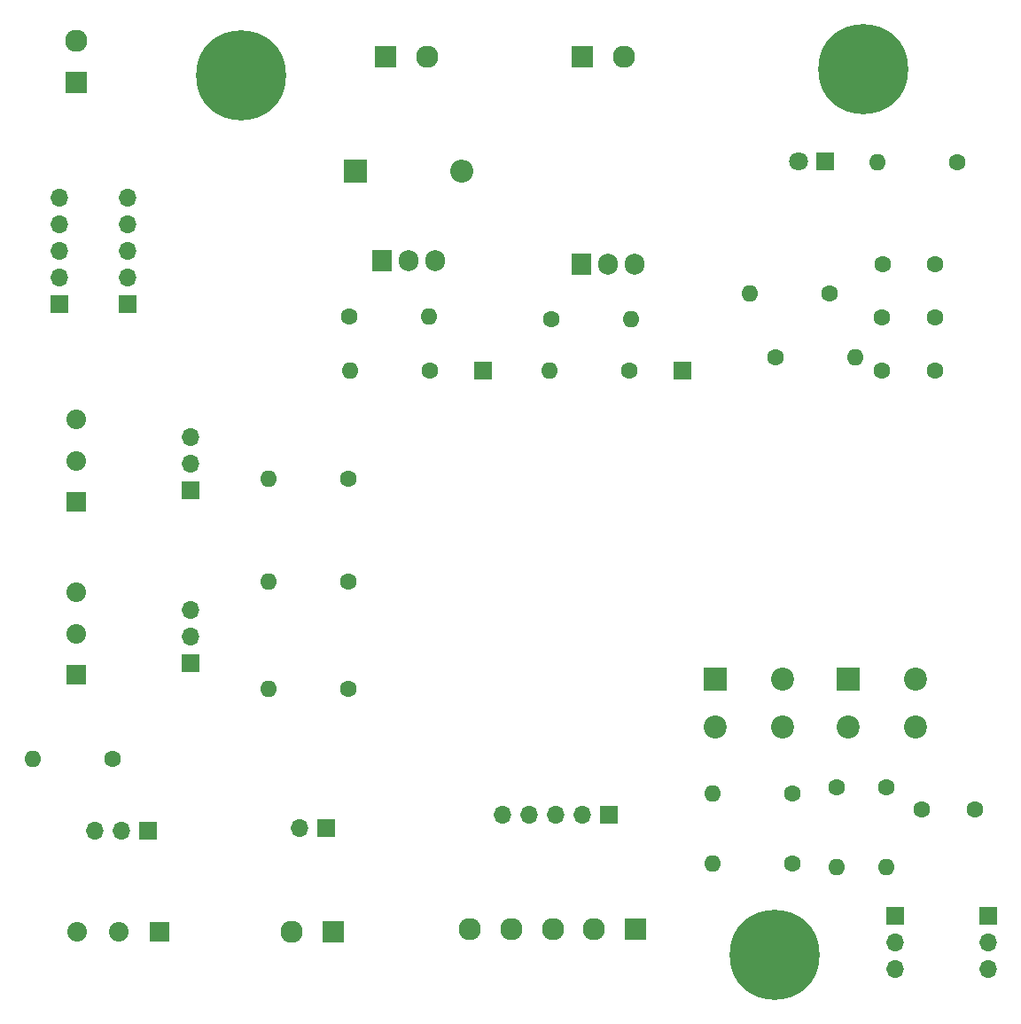
<source format=gbr>
%TF.GenerationSoftware,KiCad,Pcbnew,(6.0.1-0)*%
%TF.CreationDate,2022-03-10T10:55:53-08:00*%
%TF.ProjectId,MicroGreens PCB,4d696372-6f47-4726-9565-6e7320504342,rev?*%
%TF.SameCoordinates,Original*%
%TF.FileFunction,Soldermask,Bot*%
%TF.FilePolarity,Negative*%
%FSLAX46Y46*%
G04 Gerber Fmt 4.6, Leading zero omitted, Abs format (unit mm)*
G04 Created by KiCad (PCBNEW (6.0.1-0)) date 2022-03-10 10:55:53*
%MOMM*%
%LPD*%
G01*
G04 APERTURE LIST*
%ADD10R,1.700000X1.700000*%
%ADD11O,1.700000X1.700000*%
%ADD12R,1.905000X2.000000*%
%ADD13O,1.905000X2.000000*%
%ADD14R,2.200000X2.200000*%
%ADD15C,2.200000*%
%ADD16C,1.600000*%
%ADD17O,1.600000X1.600000*%
%ADD18R,1.874000X1.874000*%
%ADD19C,1.874000*%
%ADD20R,2.128000X2.128000*%
%ADD21C,2.128000*%
%ADD22C,8.600000*%
%ADD23R,1.800000X1.800000*%
%ADD24C,1.800000*%
%ADD25O,2.200000X2.200000*%
G04 APERTURE END LIST*
D10*
%TO.C,J13*%
X172979000Y-116078000D03*
D11*
X170439000Y-116078000D03*
%TD*%
D12*
%TO.C,Q2*%
X197358000Y-62240000D03*
D13*
X199898000Y-62240000D03*
X202438000Y-62240000D03*
%TD*%
D10*
%TO.C,J18*%
X187960000Y-72390000D03*
%TD*%
D14*
%TO.C,S1*%
X222810000Y-101890000D03*
D15*
X229310000Y-101890000D03*
X222810000Y-106390000D03*
X229310000Y-106390000D03*
%TD*%
D16*
%TO.C,R2*%
X215900000Y-71120000D03*
D17*
X223520000Y-71120000D03*
%TD*%
D16*
%TO.C,R7*%
X152560000Y-109500000D03*
D17*
X144940000Y-109500000D03*
%TD*%
D16*
%TO.C,R5*%
X175190000Y-67250000D03*
D17*
X182810000Y-67250000D03*
%TD*%
D16*
%TO.C,R12*%
X175060000Y-92500000D03*
D17*
X167440000Y-92500000D03*
%TD*%
D10*
%TO.C,J9*%
X227330000Y-124475000D03*
D11*
X227330000Y-127015000D03*
X227330000Y-129555000D03*
%TD*%
D10*
%TO.C,J10*%
X160020000Y-83805000D03*
D11*
X160020000Y-81265000D03*
X160020000Y-78725000D03*
%TD*%
D16*
%TO.C,R8*%
X226500000Y-112190000D03*
D17*
X226500000Y-119810000D03*
%TD*%
D18*
%TO.C,J6*%
X157088500Y-125982000D03*
D19*
X153128500Y-125982000D03*
X149168500Y-125982000D03*
%TD*%
D20*
%TO.C,J7*%
X202530000Y-125730000D03*
D21*
X198570000Y-125730000D03*
X194610000Y-125730000D03*
X190650000Y-125730000D03*
X186690000Y-125730000D03*
%TD*%
D18*
%TO.C,J3*%
X149100000Y-84952500D03*
D19*
X149100000Y-80992500D03*
X149100000Y-77032500D03*
%TD*%
D10*
%TO.C,J2*%
X236220000Y-124475000D03*
D11*
X236220000Y-127015000D03*
X236220000Y-129555000D03*
%TD*%
D22*
%TO.C,*%
X224250000Y-43580000D03*
%TD*%
D20*
%TO.C,J5*%
X173650500Y-125984000D03*
D21*
X169690500Y-125984000D03*
%TD*%
D16*
%TO.C,C1*%
X231100000Y-72390000D03*
X226100000Y-72390000D03*
%TD*%
%TO.C,R3*%
X182880000Y-72390000D03*
D17*
X175260000Y-72390000D03*
%TD*%
D10*
%TO.C,J16*%
X199977500Y-114808000D03*
D11*
X197437500Y-114808000D03*
X194897500Y-114808000D03*
X192357500Y-114808000D03*
X189817500Y-114808000D03*
%TD*%
D20*
%TO.C,J12*%
X178647500Y-42418000D03*
D21*
X182607500Y-42418000D03*
%TD*%
D10*
%TO.C,J14*%
X155956000Y-116332000D03*
D11*
X153416000Y-116332000D03*
X150876000Y-116332000D03*
%TD*%
D23*
%TO.C,D2*%
X220599000Y-52451000D03*
D24*
X218059000Y-52451000D03*
%TD*%
D16*
%TO.C,R4*%
X201930000Y-72400000D03*
D17*
X194310000Y-72400000D03*
%TD*%
D16*
%TO.C,C4*%
X234910000Y-114300000D03*
X229910000Y-114300000D03*
%TD*%
%TO.C,C3*%
X231140000Y-62230000D03*
X226140000Y-62230000D03*
%TD*%
D14*
%TO.C,D1*%
X175768000Y-53340000D03*
D25*
X185928000Y-53340000D03*
%TD*%
D16*
%TO.C,R11*%
X175060000Y-82750000D03*
D17*
X167440000Y-82750000D03*
%TD*%
D16*
%TO.C,R14*%
X217500000Y-112750000D03*
D17*
X209880000Y-112750000D03*
%TD*%
D16*
%TO.C,R9*%
X175060000Y-102750000D03*
D17*
X167440000Y-102750000D03*
%TD*%
D16*
%TO.C,C2*%
X231100000Y-67310000D03*
X226100000Y-67310000D03*
%TD*%
D10*
%TO.C,J11*%
X160020000Y-100300000D03*
D11*
X160020000Y-97760000D03*
X160020000Y-95220000D03*
%TD*%
D20*
%TO.C,J1*%
X149098000Y-44872500D03*
D21*
X149098000Y-40912500D03*
%TD*%
D14*
%TO.C,S2*%
X210110000Y-101890000D03*
D15*
X216610000Y-101890000D03*
X210110000Y-106390000D03*
X216610000Y-106390000D03*
%TD*%
D10*
%TO.C,J8*%
X147500000Y-66000000D03*
D11*
X147500000Y-63460000D03*
X147500000Y-60920000D03*
X147500000Y-58380000D03*
X147500000Y-55840000D03*
%TD*%
D16*
%TO.C,R6*%
X194440000Y-67500000D03*
D17*
X202060000Y-67500000D03*
%TD*%
D20*
%TO.C,J15*%
X197443500Y-42418000D03*
D21*
X201403500Y-42418000D03*
%TD*%
D16*
%TO.C,R15*%
X233250000Y-52500000D03*
D17*
X225630000Y-52500000D03*
%TD*%
D22*
%TO.C,REF\u002A\u002A*%
X164840000Y-44160000D03*
%TD*%
D16*
%TO.C,R10*%
X221750000Y-112190000D03*
D17*
X221750000Y-119810000D03*
%TD*%
D18*
%TO.C,J4*%
X149100000Y-101462500D03*
D19*
X149100000Y-97502500D03*
X149100000Y-93542500D03*
%TD*%
D22*
%TO.C,*%
X164840000Y-44160000D03*
%TD*%
%TO.C,S1*%
X224250000Y-43580000D03*
%TD*%
D16*
%TO.C,R1*%
X221040000Y-65000000D03*
D17*
X213420000Y-65000000D03*
%TD*%
D16*
%TO.C,R13*%
X217500000Y-119500000D03*
D17*
X209880000Y-119500000D03*
%TD*%
D10*
%TO.C,J19*%
X207010000Y-72400000D03*
%TD*%
D12*
%TO.C,Q1*%
X178308000Y-61905000D03*
D13*
X180848000Y-61905000D03*
X183388000Y-61905007D03*
%TD*%
D22*
%TO.C,S1*%
X215800000Y-128160000D03*
%TD*%
D10*
%TO.C,J17*%
X154000000Y-66000000D03*
D11*
X154000000Y-63460000D03*
X154000000Y-60920000D03*
X154000000Y-58380000D03*
X154000000Y-55840000D03*
%TD*%
M02*

</source>
